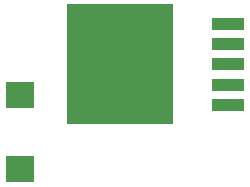
<source format=gbr>
G04 EAGLE Gerber RS-274X export*
G75*
%MOMM*%
%FSLAX34Y34*%
%LPD*%
%INSolderpaste Bottom*%
%IPPOS*%
%AMOC8*
5,1,8,0,0,1.08239X$1,22.5*%
G01*
%ADD10R,2.692400X1.016000*%
%ADD11R,8.940800X10.160000*%
%ADD12R,2.450000X2.250000*%


D10*
X423748Y446862D03*
X423748Y429844D03*
X423748Y412826D03*
X423748Y395808D03*
X423748Y378790D03*
D11*
X331800Y412826D03*
D12*
X247650Y387100D03*
X247650Y324100D03*
M02*

</source>
